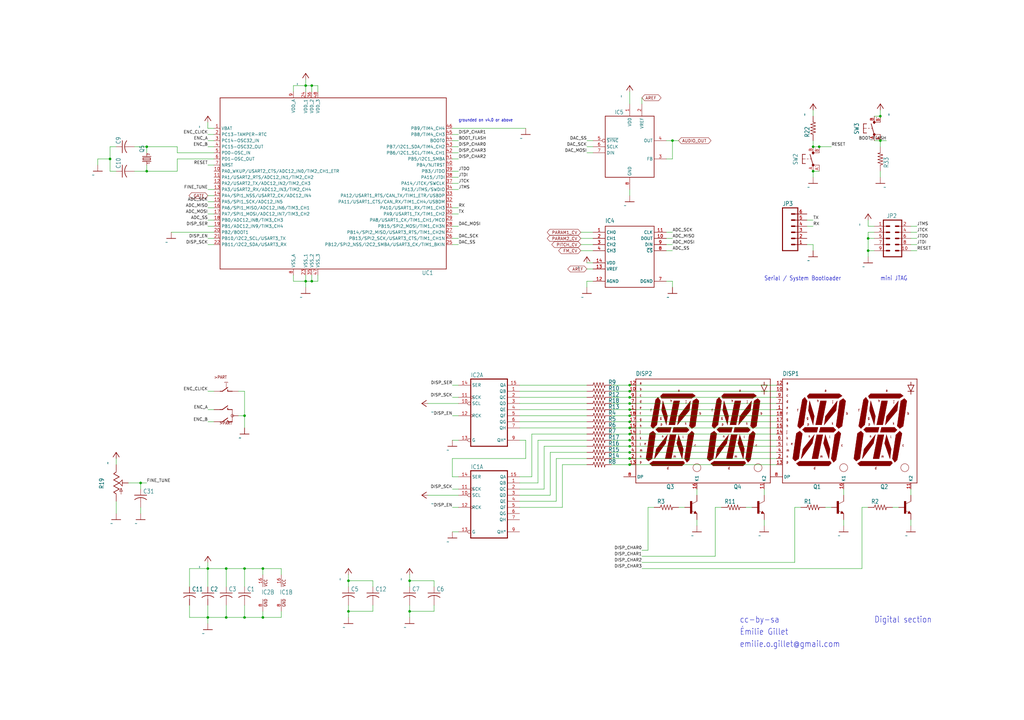
<source format=kicad_sch>
(kicad_sch (version 20211123) (generator eeschema)
  (paper "User" 425.45 299.161)
  (lib_symbols
    (symbol "braids-eagle-import:+3V3" (power)
      (property "Value" "+3V3" (at -2.54 -5.08 90))
      (symbol "+3V3_1_0"
        (pin power_in line (at 0 -2.54 90) (length 2.54) (name "+3V3") (number "1"))
      )
    )
    (symbol "braids-eagle-import:-NPN-SOT23-BEC"
      (property "Reference" "T" (at -10.16 7.62 0))
      (property "Value" "-NPN-SOT23-BEC" (at -10.16 5.08 0))
      (symbol "-NPN-SOT23-BEC_1_0"
        (pin passive line (at -2.54 0 0) (length 2.54) (name "B") (number "B"))
        (pin passive line (at 2.54 5.08 270) (length 2.54) (name "C") (number "C"))
        (pin passive line (at 2.54 -5.08 90) (length 2.54) (name "E") (number "E"))
      )
    )
    (symbol "braids-eagle-import:74595D"
      (property "Reference" "IC" (at -0.635 -0.635 0))
      (symbol "74595D_1_0"
        (pin tri_state line (at 12.7 7.62 180) (length 5.08) (name "QB") (number "1"))
        (pin input inverted (at -12.7 2.54 0) (length 5.08) (name "SCL") (number "10"))
        (pin input clock (at -12.7 5.08 0) (length 5.08) (name "SCK") (number "11"))
        (pin input clock (at -12.7 -2.54 0) (length 5.08) (name "RCK") (number "12"))
        (pin input inverted (at -12.7 -12.7 0) (length 5.08) (name "G") (number "13"))
        (pin input line (at -12.7 10.16 0) (length 5.08) (name "SER") (number "14"))
        (pin tri_state line (at 12.7 10.16 180) (length 5.08) (name "QA") (number "15"))
        (pin tri_state line (at 12.7 5.08 180) (length 5.08) (name "QC") (number "2"))
        (pin tri_state line (at 12.7 2.54 180) (length 5.08) (name "QD") (number "3"))
        (pin tri_state line (at 12.7 0 180) (length 5.08) (name "QE") (number "4"))
        (pin tri_state line (at 12.7 -2.54 180) (length 5.08) (name "QF") (number "5"))
        (pin tri_state line (at 12.7 -5.08 180) (length 5.08) (name "QG") (number "6"))
        (pin tri_state line (at 12.7 -7.62 180) (length 5.08) (name "QH") (number "7"))
        (pin tri_state line (at 12.7 -12.7 180) (length 5.08) (name "QH*") (number "9"))
      )
      (symbol "74595D_2_0"
        (text "GND" (at 1.905 -5.842 900) (effects (font (size 1.27 1.0795)) (justify left bottom)))
        (text "VCC" (at 1.905 2.54 900) (effects (font (size 1.27 1.0795)) (justify left bottom)))
        (pin power_in line (at 0 7.62 270) (length 5.08) (name "VCC") (number "16"))
        (pin power_in line (at 0 -7.62 90) (length 5.08) (name "GND") (number "8"))
      )
    )
    (symbol "braids-eagle-import:C-USC0603"
      (property "Reference" "C" (at 1.016 0.635 0))
      (property "Value" "C-USC0603" (at 1.016 -4.191 0))
      (symbol "C-USC0603_1_0"
        (pin passive line (at 0 2.54 270) (length 2.54) (name "1") (number "1"))
        (pin passive line (at 0 -5.08 90) (length 2.54) (name "2") (number "2"))
      )
    )
    (symbol "braids-eagle-import:CRYSTALHC49UP"
      (property "Reference" "Q" (at 2.54 1.016 0))
      (property "Value" "CRYSTALHC49UP" (at 2.54 -2.54 0))
      (symbol "CRYSTALHC49UP_1_0"
        (text "1" (at -2.159 -1.143 0) (effects (font (size 0.8636 0.734)) (justify left bottom)))
        (text "2" (at 1.524 -1.143 0) (effects (font (size 0.8636 0.734)) (justify left bottom)))
        (pin passive line (at -2.54 0 0) (length 0) (name "1") (number "1"))
        (pin passive line (at 2.54 0 180) (length 0) (name "2") (number "2"))
      )
    )
    (symbol "braids-eagle-import:DAC855X"
      (property "Reference" "IC" (at -2.54 15.24 0))
      (property "Value" "DAC855X" (at -10.16 -15.24 0))
      (symbol "DAC855X_1_0"
        (pin power_in line (at 0 17.78 270) (length 5.08) (name "VDD") (number "1"))
        (pin power_in line (at 5.08 17.78 270) (length 5.08) (name "VREF") (number "2"))
        (pin input line (at 15.24 -5.08 180) (length 5.08) (name "FB") (number "3"))
        (pin output line (at 15.24 2.54 180) (length 5.08) (name "OUT") (number "4"))
        (pin bidirectional inverted (at -15.24 2.54 0) (length 5.08) (name "~{SYNC}") (number "5"))
        (pin bidirectional line (at -15.24 0 0) (length 5.08) (name "SCLK") (number "6"))
        (pin bidirectional line (at -15.24 -2.54 0) (length 5.08) (name "DIN") (number "7"))
        (pin power_in line (at 0 -17.78 90) (length 5.08) (name "GND") (number "8"))
      )
    )
    (symbol "braids-eagle-import:EC12E_SW"
      (symbol "EC12E_SW_1_0"
        (text ">PART" (at -3.81 0 900) (effects (font (size 1.27 1.0795)) (justify left bottom)))
        (pin passive line (at -2.54 7.62 270) (length 2.54) (name "A") (number "A"))
        (pin passive line (at 2.54 7.62 270) (length 2.54) (name "B") (number "B"))
        (pin passive line (at 0 -2.54 90) (length 2.54) (name "C") (number "C"))
      )
      (symbol "EC12E_SW_2_0"
        (text ">PART" (at -5.08 5.08 0) (effects (font (size 1.27 1.0795)) (justify left bottom)))
        (pin passive line (at 5.08 0 180) (length 2.54) (name "1") (number "D"))
        (pin passive line (at -5.08 0 0) (length 2.54) (name "2") (number "E"))
      )
      (symbol "EC12E_SW_3_0"
        (pin passive line (at 0 0 0) (length 0) (name "G") (number "GND1"))
      )
      (symbol "EC12E_SW_4_0"
        (pin passive line (at 0 0 0) (length 0) (name "G") (number "GND2"))
      )
    )
    (symbol "braids-eagle-import:EVQQ2"
      (property "Value" "EVQQ2" (at -3.81 3.175 90))
      (symbol "EVQQ2_1_0"
        (pin passive line (at 0 -5.08 90) (length 2.54) (name "P") (number "A"))
        (pin passive line (at 2.54 -5.08 90) (length 2.54) (name "P1") (number "A'"))
        (pin passive line (at 0 5.08 270) (length 2.54) (name "S") (number "B"))
        (pin passive line (at 2.54 5.08 270) (length 2.54) (name "S1") (number "B'"))
      )
    )
    (symbol "braids-eagle-import:GND" (power)
      (property "Value" "GND" (at -2.54 -2.54 0))
      (symbol "GND_1_0"
        (pin power_in line (at 0 2.54 270) (length 2.54) (name "GND") (number "1"))
      )
    )
    (symbol "braids-eagle-import:KINGBRIGHT-PDC54-11"
      (property "Value" "KINGBRIGHT-PDC54-11" (at 3.81 19.05 0))
      (symbol "KINGBRIGHT-PDC54-11_1_0"
        (text "a" (at -11.176 15.494 0) (effects (font (size 1.016 0.8636)) (justify left bottom)))
        (text "a" (at 4.699 12.446 0) (effects (font (size 1.016 0.8636)) (justify left bottom)))
        (text "a" (at 30.099 12.446 0) (effects (font (size 1.016 0.8636)) (justify left bottom)))
        (text "b" (at -11.176 12.954 0) (effects (font (size 1.016 0.8636)) (justify left bottom)))
        (text "b" (at 13.589 2.921 0) (effects (font (size 1.016 0.8636)) (justify left bottom)))
        (text "b" (at 38.989 2.921 0) (effects (font (size 1.016 0.8636)) (justify left bottom)))
        (text "c" (at -11.176 10.414 0) (effects (font (size 1.016 0.8636)) (justify left bottom)))
        (text "c" (at 11.557 -10.287 0) (effects (font (size 1.016 0.8636)) (justify left bottom)))
        (text "c" (at 36.957 -10.287 0) (effects (font (size 1.016 0.8636)) (justify left bottom)))
        (text "d" (at -11.176 7.874 0) (effects (font (size 1.016 0.8636)) (justify left bottom)))
        (text "d" (at 0.127 -19.812 0) (effects (font (size 1.016 0.8636)) (justify left bottom)))
        (text "d" (at 25.527 -19.812 0) (effects (font (size 1.016 0.8636)) (justify left bottom)))
        (text "e" (at -11.176 5.334 0) (effects (font (size 1.016 0.8636)) (justify left bottom)))
        (text "e" (at -9.271 -9.652 0) (effects (font (size 1.016 0.8636)) (justify left bottom)))
        (text "f" (at -11.176 2.794 0) (effects (font (size 1.016 0.8636)) (justify left bottom)))
        (text "f" (at -6.731 4.191 0) (effects (font (size 1.016 0.8636)) (justify left bottom)))
        (text "f" (at 18.669 4.191 0) (effects (font (size 1.016 0.8636)) (justify left bottom)))
        (text "g" (at -11.176 0.508 0) (effects (font (size 1.016 0.8636)) (justify left bottom)))
        (text "g" (at -2.794 1.016 0) (effects (font (size 1.016 0.8636)) (justify left bottom)))
        (text "g" (at 22.606 1.016 0) (effects (font (size 1.016 0.8636)) (justify left bottom)))
        (text "h" (at -11.176 -2.286 0) (effects (font (size 1.016 0.8636)) (justify left bottom)))
        (text "h" (at 1.524 8.128 0) (effects (font (size 1.016 0.8636)) (justify left bottom)))
        (text "h" (at 26.924 8.128 0) (effects (font (size 1.016 0.8636)) (justify left bottom)))
        (text "j" (at -11.176 -4.826 0) (effects (font (size 1.016 0.8636)) (justify left bottom)))
        (text "j" (at 7.874 7.874 0) (effects (font (size 1.016 0.8636)) (justify left bottom)))
        (text "j" (at 33.274 7.874 0) (effects (font (size 1.016 0.8636)) (justify left bottom)))
        (text "k" (at -11.176 -7.366 0) (effects (font (size 1.016 0.8636)) (justify left bottom)))
        (text "k" (at 7.62 -1.27 0) (effects (font (size 1.016 0.8636)) (justify left bottom)))
        (text "k" (at 33.02 -1.27 0) (effects (font (size 1.016 0.8636)) (justify left bottom)))
        (text "l" (at -11.176 -9.906 0) (effects (font (size 1.016 0.8636)) (justify left bottom)))
        (text "l" (at 6.604 -6.858 0) (effects (font (size 1.016 0.8636)) (justify left bottom)))
        (text "l" (at 32.004 -6.858 0) (effects (font (size 1.016 0.8636)) (justify left bottom)))
        (text "m" (at -11.176 -12.446 0) (effects (font (size 1.016 0.8636)) (justify left bottom)))
        (text "m" (at 2.794 -14.986 0) (effects (font (size 1.016 0.8636)) (justify left bottom)))
        (text "m" (at 28.194 -14.986 0) (effects (font (size 1.016 0.8636)) (justify left bottom)))
        (text "n" (at -11.176 -14.986 0) (effects (font (size 1.016 0.8636)) (justify left bottom)))
        (text "n" (at -2.032 -6.604 0) (effects (font (size 1.016 0.8636)) (justify left bottom)))
        (text "n" (at 23.368 -6.604 0) (effects (font (size 1.016 0.8636)) (justify left bottom)))
        (text "p" (at -11.176 -17.272 0) (effects (font (size 1.016 0.8636)) (justify left bottom)))
        (text "p" (at -2.54 -1.524 0) (effects (font (size 1.016 0.8636)) (justify left bottom)))
        (text "p" (at 22.86 -1.524 0) (effects (font (size 1.016 0.8636)) (justify left bottom)))
        (pin passive line (at -15.24 5.08 0) (length 2.54) (name "E") (number "1"))
        (pin passive line (at -15.24 12.7 0) (length 2.54) (name "B") (number "10"))
        (pin passive line (at 40.64 -27.94 90) (length 2.54) (name "K2") (number "11"))
        (pin passive line (at -15.24 15.24 0) (length 2.54) (name "A") (number "12"))
        (pin passive line (at -15.24 -17.78 0) (length 2.54) (name "P") (number "13"))
        (pin passive line (at -15.24 -5.08 0) (length 2.54) (name "J") (number "14"))
        (pin passive line (at -15.24 -2.54 0) (length 2.54) (name "H") (number "15"))
        (pin passive line (at 12.7 -27.94 90) (length 2.54) (name "K1") (number "16"))
        (pin passive line (at -15.24 0 0) (length 2.54) (name "G") (number "17"))
        (pin passive line (at -15.24 2.54 0) (length 2.54) (name "F") (number "18"))
        (pin passive line (at -15.24 -15.24 0) (length 2.54) (name "N") (number "2"))
        (pin passive line (at -15.24 -12.7 0) (length 2.54) (name "M") (number "4"))
        (pin passive line (at -15.24 -10.16 0) (length 2.54) (name "L") (number "5"))
        (pin passive line (at -15.24 -7.62 0) (length 2.54) (name "K") (number "6"))
        (pin passive line (at -15.24 7.62 0) (length 2.54) (name "D") (number "7"))
        (pin passive line (at -17.78 -22.86 0) (length 5.08) (name "DP") (number "8"))
        (pin passive line (at -15.24 10.16 0) (length 2.54) (name "C") (number "9"))
      )
    )
    (symbol "braids-eagle-import:M05X2MINIJTAG"
      (property "Reference" "JP" (at -2.54 8.382 0))
      (property "Value" "M05X2MINIJTAG" (at -2.54 -10.16 0))
      (symbol "M05X2MINIJTAG_1_0"
        (pin passive line (at -7.62 5.08 0) (length 5.08) (name "1") (number "1"))
        (pin passive line (at 7.62 -5.08 180) (length 5.08) (name "10") (number "10"))
        (pin passive line (at 7.62 5.08 180) (length 5.08) (name "2") (number "2"))
        (pin passive line (at -7.62 2.54 0) (length 5.08) (name "3") (number "3"))
        (pin passive line (at 7.62 2.54 180) (length 5.08) (name "4") (number "4"))
        (pin passive line (at -7.62 0 0) (length 5.08) (name "5") (number "5"))
        (pin passive line (at 7.62 0 180) (length 5.08) (name "6") (number "6"))
        (pin passive line (at -7.62 -2.54 0) (length 5.08) (name "7") (number "7"))
        (pin passive line (at 7.62 -2.54 180) (length 5.08) (name "8") (number "8"))
        (pin passive line (at -7.62 -5.08 0) (length 5.08) (name "9") (number "9"))
      )
    )
    (symbol "braids-eagle-import:M06SIP"
      (property "Reference" "JP" (at -5.08 10.922 0))
      (property "Value" "M06SIP" (at -5.08 -10.16 0))
      (symbol "M06SIP_1_0"
        (pin passive line (at 5.08 -5.08 180) (length 5.08) (name "1") (number "1"))
        (pin passive line (at 5.08 -2.54 180) (length 5.08) (name "2") (number "2"))
        (pin passive line (at 5.08 0 180) (length 5.08) (name "3") (number "3"))
        (pin passive line (at 5.08 2.54 180) (length 5.08) (name "4") (number "4"))
        (pin passive line (at 5.08 5.08 180) (length 5.08) (name "5") (number "5"))
        (pin passive line (at 5.08 7.62 180) (length 5.08) (name "6") (number "6"))
      )
    )
    (symbol "braids-eagle-import:MCP3302"
      (property "Value" "MCP3302" (at 10.16 -13.97 0))
      (symbol "MCP3302_1_0"
        (pin bidirectional line (at -15.24 10.16 0) (length 5.08) (name "CH0") (number "1"))
        (pin bidirectional line (at 15.24 7.62 180) (length 5.08) (name "DOUT") (number "10"))
        (pin bidirectional line (at 15.24 10.16 180) (length 5.08) (name "CLK") (number "11"))
        (pin bidirectional line (at -15.24 -10.16 0) (length 5.08) (name "AGND") (number "12"))
        (pin bidirectional line (at -15.24 -5.08 0) (length 5.08) (name "VREF") (number "13"))
        (pin bidirectional line (at -15.24 -2.54 0) (length 5.08) (name "VDD") (number "14"))
        (pin bidirectional line (at -15.24 7.62 0) (length 5.08) (name "CH1") (number "2"))
        (pin bidirectional line (at -15.24 5.08 0) (length 5.08) (name "CH2") (number "3"))
        (pin bidirectional line (at -15.24 2.54 0) (length 5.08) (name "CH3") (number "4"))
        (pin bidirectional line (at 15.24 -10.16 180) (length 5.08) (name "DGND") (number "7"))
        (pin bidirectional line (at 15.24 2.54 180) (length 5.08) (name "~{CS}") (number "8"))
        (pin bidirectional line (at 15.24 5.08 180) (length 5.08) (name "DIN") (number "9"))
      )
    )
    (symbol "braids-eagle-import:POT_USVERTICAL_PS"
      (property "Reference" "R" (at -5.08 -2.54 90))
      (property "Value" "POT_USVERTICAL_PS" (at -2.54 -2.54 90))
      (symbol "POT_USVERTICAL_PS_1_0"
        (pin passive line (at 0 7.62 270) (length 2.54) (name "E") (number "P$1"))
        (pin passive line (at 5.08 0 180) (length 2.54) (name "S") (number "P$2"))
        (pin passive line (at 0 -7.62 90) (length 2.54) (name "A") (number "P$3"))
      )
    )
    (symbol "braids-eagle-import:R-US_R0603"
      (property "Reference" "R" (at -3.81 1.4986 0))
      (property "Value" "R-US_R0603" (at -3.81 -3.302 0))
      (symbol "R-US_R0603_1_0"
        (pin passive line (at -5.08 0 0) (length 2.54) (name "1") (number "1"))
        (pin passive line (at 5.08 0 180) (length 2.54) (name "2") (number "2"))
      )
    )
    (symbol "braids-eagle-import:STM32F103CB"
      (property "Value" "STM32F103CB" (at 45.72 38.1 0))
      (symbol "STM32F103CB_1_0"
        (pin power_in line (at -48.26 22.86 0) (length 2.54) (name "VBAT") (number "1"))
        (pin bidirectional line (at -48.26 5.08 0) (length 2.54) (name "PA0_WKUP/USART2_CTS/ADC12_IN0/TIM2_CH1_ETR") (number "10"))
        (pin bidirectional line (at -48.26 2.54 0) (length 2.54) (name "PA1/USART2_RTS/ADC12_IN1/TIM2_CH2") (number "11"))
        (pin bidirectional line (at -48.26 0 0) (length 2.54) (name "PA2/USART2_TX/ADC12_IN2/TIM2_CH3") (number "12"))
        (pin bidirectional line (at -48.26 -2.54 0) (length 2.54) (name "PA3/USART2_RX/ADC12_IN3/TIM2_CH4") (number "13"))
        (pin bidirectional line (at -48.26 -5.08 0) (length 2.54) (name "PA4/SPI1_NSS/USART2_CK/ADC12_IN4") (number "14"))
        (pin bidirectional line (at -48.26 -7.62 0) (length 2.54) (name "PA5/SPI1_SCK/ADC12_IN5") (number "15"))
        (pin bidirectional line (at -48.26 -10.16 0) (length 2.54) (name "PA6/SPI1_MISO/ADC12_IN6/TIM3_CH1") (number "16"))
        (pin bidirectional line (at -48.26 -12.7 0) (length 2.54) (name "PA7/SPI1_MOSI/ADC12_IN7/TIM3_CH2") (number "17"))
        (pin bidirectional line (at -48.26 -15.24 0) (length 2.54) (name "PB0/ADC12_IN8/TIM3_CH3") (number "18"))
        (pin bidirectional line (at -48.26 -17.78 0) (length 2.54) (name "PB1/ADC12_IN9/TIM3_CH4") (number "19"))
        (pin input line (at -48.26 20.32 0) (length 2.54) (name "PC13-TAMPER-RTC") (number "2"))
        (pin bidirectional line (at -48.26 -20.32 0) (length 2.54) (name "PB2/BOOT1") (number "20"))
        (pin input line (at -48.26 -22.86 0) (length 2.54) (name "PB10/I2C2_SCL/USART3_TX") (number "21"))
        (pin input line (at -48.26 -25.4 0) (length 2.54) (name "PB11/I2C2_SDA/USART3_RX") (number "22"))
        (pin power_in line (at -10.16 -38.1 90) (length 2.54) (name "VSS_1") (number "23"))
        (pin power_in line (at -10.16 38.1 270) (length 2.54) (name "VDD_1") (number "24"))
        (pin input line (at 50.8 -25.4 180) (length 2.54) (name "PB12/SPI2_NSS/I2C2_SMBA/USART3_CK/TIM1_BKIN") (number "25"))
        (pin input line (at 50.8 -22.86 180) (length 2.54) (name "PB13/SPI2_SCK/USART3_CTS/TIM1_CH1N") (number "26"))
        (pin input line (at 50.8 -20.32 180) (length 2.54) (name "PB14/SPI2_MISO/USART3_RTS/TIM1_CH2N") (number "27"))
        (pin input line (at 50.8 -17.78 180) (length 2.54) (name "PB15/SPI2_MOSI/TIM1_CH3N") (number "28"))
        (pin bidirectional line (at 50.8 -15.24 180) (length 2.54) (name "PA8/USART1_CK/TIM1_CH1/MCO") (number "29"))
        (pin input line (at -48.26 17.78 0) (length 2.54) (name "PC14-OSC32_IN") (number "3"))
        (pin input line (at 50.8 -12.7 180) (length 2.54) (name "PA9/USART1_TX/TIM1_CH2") (number "30"))
        (pin bidirectional line (at 50.8 -10.16 180) (length 2.54) (name "PA10/USART1_RX/TIM1_CH3") (number "31"))
        (pin bidirectional line (at 50.8 -7.62 180) (length 2.54) (name "PA11/USART1_CTS/CAN_RX/TIM1_CH4/USBDM") (number "32"))
        (pin bidirectional line (at 50.8 -5.08 180) (length 2.54) (name "PA12/USART1_RTS/CAN_TX/TIM1_ETR/USBDP") (number "33"))
        (pin bidirectional line (at 50.8 -2.54 180) (length 2.54) (name "PA13/JTMS/SWDIO") (number "34"))
        (pin power_in line (at -7.62 -38.1 90) (length 2.54) (name "VSS_2") (number "35"))
        (pin power_in line (at -7.62 38.1 270) (length 2.54) (name "VDD_2") (number "36"))
        (pin bidirectional line (at 50.8 0 180) (length 2.54) (name "PA14/JTCK/SWCLK") (number "37"))
        (pin bidirectional line (at 50.8 2.54 180) (length 2.54) (name "PA15/JTDI") (number "38"))
        (pin bidirectional line (at 50.8 5.08 180) (length 2.54) (name "PB3/JTDO") (number "39"))
        (pin input line (at -48.26 15.24 0) (length 2.54) (name "PC15-OSC32_OUT") (number "4"))
        (pin bidirectional line (at 50.8 7.62 180) (length 2.54) (name "PB4/NJTRST") (number "40"))
        (pin input line (at 50.8 10.16 180) (length 2.54) (name "PB5/I2C1_SMBA") (number "41"))
        (pin input line (at 50.8 12.7 180) (length 2.54) (name "PB6/I2C1_SCL/TIM4_CH1") (number "42"))
        (pin bidirectional line (at 50.8 15.24 180) (length 2.54) (name "PB7/I2C1_SDA/TIM4_CH2") (number "43"))
        (pin input line (at 50.8 17.78 180) (length 2.54) (name "BOOT0") (number "44"))
        (pin bidirectional line (at 50.8 20.32 180) (length 2.54) (name "PB8/TIM4_CH3") (number "45"))
        (pin input line (at 50.8 22.86 180) (length 2.54) (name "PB9/TIM4_CH4") (number "46"))
        (pin power_in line (at -5.08 -38.1 90) (length 2.54) (name "VSS_3") (number "47"))
        (pin power_in line (at -5.08 38.1 270) (length 2.54) (name "VDD_3") (number "48"))
        (pin input line (at -48.26 12.7 0) (length 2.54) (name "PD0-OSC_IN") (number "5"))
        (pin input line (at -48.26 10.16 0) (length 2.54) (name "PD1-OSC_OUT") (number "6"))
        (pin input line (at -48.26 7.62 0) (length 2.54) (name "NRST") (number "7"))
        (pin power_in line (at -15.24 -38.1 90) (length 2.54) (name "VSS_A") (number "8"))
        (pin power_in line (at -15.24 38.1 270) (length 2.54) (name "VDD_A") (number "9"))
      )
    )
  )
  (junction (at 360.68 99.06))
  (junction (at 261.62 180.34))
  (junction (at 144.78 241.3))
  (junction (at 109.22 236.22))
  (junction (at 261.62 182.88))
  (junction (at 170.18 241.3))
  (junction (at 279.4 58.42))
  (junction (at 261.62 167.64))
  (junction (at 261.62 190.5))
  (junction (at 86.36 236.22))
  (junction (at 261.62 170.18))
  (junction (at 129.54 116.84))
  (junction (at 337.82 60.96))
  (junction (at 261.62 177.8))
  (junction (at 170.18 254))
  (junction (at 261.62 172.72))
  (junction (at 101.6 236.22))
  (junction (at 86.36 256.54))
  (junction (at 261.62 185.42))
  (junction (at 261.62 193.04))
  (junction (at 45.72 66.04))
  (junction (at 93.98 256.54))
  (junction (at 144.78 254))
  (junction (at 337.82 71.12))
  (junction (at 129.54 35.56))
  (junction (at 261.62 160.02))
  (junction (at 261.62 187.96))
  (junction (at 101.6 172.72))
  (junction (at 360.68 104.14))
  (junction (at 127 116.84))
  (junction (at 261.62 175.26))
  (junction (at 101.6 256.54))
  (junction (at 109.22 256.54))
  (junction (at 60.96 71.12))
  (junction (at 127 35.56))
  (junction (at 365.76 48.26))
  (junction (at 340.36 60.96))
  (junction (at 58.42 200.66))
  (junction (at 93.98 236.22))
  (junction (at 261.62 162.56))
  (junction (at 261.62 165.1))
  (junction (at 365.76 58.42))
  (junction (at 60.96 60.96))
  (wire (pts (xy 55.88 71.12) (xy 60.96 71.12)))
  (wire (pts (xy 187.96 93.98) (xy 190.5 93.98)))
  (wire (pts (xy 99.06 172.72) (xy 101.6 172.72)))
  (wire (pts (xy 121.92 35.56) (xy 127 35.56)))
  (wire (pts (xy 360.68 93.98) (xy 360.68 91.44)))
  (wire (pts (xy 180.34 254) (xy 180.34 251.46)))
  (wire (pts (xy 132.08 114.3) (xy 132.08 116.84)))
  (wire (pts (xy 266.7 43.18) (xy 266.7 40.64)))
  (wire (pts (xy 187.96 73.66) (xy 190.5 73.66)))
  (wire (pts (xy 363.22 96.52) (xy 360.68 96.52)))
  (wire (pts (xy 261.62 43.18) (xy 261.62 38.1)))
  (wire (pts (xy 48.26 60.96) (xy 45.72 60.96)))
  (wire (pts (xy 109.22 256.54) (xy 109.22 254)))
  (wire (pts (xy 254 170.18) (xy 261.62 170.18)))
  (wire (pts (xy 322.58 175.26) (xy 261.62 175.26)))
  (wire (pts (xy 276.86 101.6) (xy 279.4 101.6)))
  (wire (pts (xy 129.54 35.56) (xy 132.08 35.56)))
  (wire (pts (xy 330.2 233.68) (xy 330.2 210.82)))
  (wire (pts (xy 246.38 109.22) (xy 243.84 109.22)))
  (wire (pts (xy 254 193.04) (xy 261.62 193.04)))
  (wire (pts (xy 279.4 116.84) (xy 279.4 119.38)))
  (wire (pts (xy 127 116.84) (xy 129.54 116.84)))
  (wire (pts (xy 218.44 190.5) (xy 218.44 182.88)))
  (wire (pts (xy 187.96 190.5) (xy 218.44 190.5)))
  (wire (pts (xy 48.26 193.04) (xy 48.26 190.5)))
  (wire (pts (xy 317.5 218.44) (xy 317.5 215.9)))
  (wire (pts (xy 187.96 53.34) (xy 218.44 53.34)))
  (wire (pts (xy 190.5 182.88) (xy 187.96 182.88)))
  (wire (pts (xy 350.52 218.44) (xy 350.52 215.9)))
  (wire (pts (xy 154.94 254) (xy 154.94 251.46)))
  (wire (pts (xy 88.9 88.9) (xy 86.36 88.9)))
  (wire (pts (xy 370.84 210.82) (xy 373.38 210.82)))
  (wire (pts (xy 340.36 60.96) (xy 345.44 60.96)))
  (wire (pts (xy 254 185.42) (xy 261.62 185.42)))
  (wire (pts (xy 365.76 58.42) (xy 368.3 58.42)))
  (wire (pts (xy 335.28 93.98) (xy 337.82 93.98)))
  (wire (pts (xy 109.22 256.54) (xy 116.84 256.54)))
  (wire (pts (xy 309.88 210.82) (xy 312.42 210.82)))
  (wire (pts (xy 55.88 60.96) (xy 60.96 60.96)))
  (wire (pts (xy 127 38.1) (xy 127 35.56)))
  (wire (pts (xy 363.22 99.06) (xy 360.68 99.06)))
  (wire (pts (xy 322.58 180.34) (xy 261.62 180.34)))
  (wire (pts (xy 58.42 210.82) (xy 58.42 213.36)))
  (wire (pts (xy 88.9 99.06) (xy 86.36 99.06)))
  (wire (pts (xy 220.98 180.34) (xy 243.84 180.34)))
  (wire (pts (xy 261.62 78.74) (xy 261.62 81.28)))
  (wire (pts (xy 78.74 256.54) (xy 86.36 256.54)))
  (wire (pts (xy 48.26 208.28) (xy 48.26 213.36)))
  (wire (pts (xy 378.46 99.06) (xy 381 99.06)))
  (wire (pts (xy 289.56 205.74) (xy 289.56 203.2)))
  (wire (pts (xy 276.86 104.14) (xy 279.4 104.14)))
  (wire (pts (xy 231.14 208.28) (xy 231.14 190.5)))
  (wire (pts (xy 88.9 58.42) (xy 86.36 58.42)))
  (wire (pts (xy 281.94 210.82) (xy 284.48 210.82)))
  (wire (pts (xy 170.18 254) (xy 170.18 256.54)))
  (wire (pts (xy 127 116.84) (xy 127 119.38)))
  (wire (pts (xy 378.46 101.6) (xy 381 101.6)))
  (wire (pts (xy 88.9 170.18) (xy 86.36 170.18)))
  (wire (pts (xy 93.98 236.22) (xy 101.6 236.22)))
  (wire (pts (xy 154.94 241.3) (xy 154.94 243.84)))
  (wire (pts (xy 215.9 203.2) (xy 226.06 203.2)))
  (wire (pts (xy 187.96 88.9) (xy 190.5 88.9)))
  (wire (pts (xy 88.9 83.82) (xy 86.36 83.82)))
  (wire (pts (xy 127 114.3) (xy 127 116.84)))
  (wire (pts (xy 86.36 256.54) (xy 86.36 259.08)))
  (wire (pts (xy 233.68 210.82) (xy 233.68 193.04)))
  (wire (pts (xy 350.52 205.74) (xy 350.52 203.2)))
  (wire (pts (xy 378.46 218.44) (xy 378.46 215.9)))
  (wire (pts (xy 276.86 96.52) (xy 279.4 96.52)))
  (wire (pts (xy 215.9 177.8) (xy 243.84 177.8)))
  (wire (pts (xy 337.82 45.72) (xy 337.82 48.26)))
  (wire (pts (xy 88.9 81.28) (xy 86.36 81.28)))
  (wire (pts (xy 335.28 101.6) (xy 337.82 101.6)))
  (wire (pts (xy 358.14 210.82) (xy 360.68 210.82)))
  (wire (pts (xy 88.9 55.88) (xy 86.36 55.88)))
  (wire (pts (xy 254 187.96) (xy 261.62 187.96)))
  (wire (pts (xy 116.84 256.54) (xy 116.84 254)))
  (wire (pts (xy 187.96 210.82) (xy 190.5 210.82)))
  (wire (pts (xy 88.9 53.34) (xy 86.36 53.34)))
  (wire (pts (xy 93.98 236.22) (xy 93.98 243.84)))
  (wire (pts (xy 73.66 71.12) (xy 73.66 66.04)))
  (wire (pts (xy 121.92 116.84) (xy 127 116.84)))
  (wire (pts (xy 363.22 48.26) (xy 365.76 48.26)))
  (wire (pts (xy 254 190.5) (xy 261.62 190.5)))
  (wire (pts (xy 322.58 185.42) (xy 261.62 185.42)))
  (wire (pts (xy 223.52 200.66) (xy 223.52 182.88)))
  (wire (pts (xy 78.74 251.46) (xy 78.74 256.54)))
  (wire (pts (xy 187.96 58.42) (xy 190.5 58.42)))
  (wire (pts (xy 378.46 93.98) (xy 381 93.98)))
  (wire (pts (xy 215.9 175.26) (xy 243.84 175.26)))
  (wire (pts (xy 269.24 210.82) (xy 271.78 210.82)))
  (wire (pts (xy 45.72 60.96) (xy 45.72 66.04)))
  (wire (pts (xy 60.96 71.12) (xy 60.96 68.58)))
  (wire (pts (xy 215.9 167.64) (xy 243.84 167.64)))
  (wire (pts (xy 261.62 177.8) (xy 322.58 177.8)))
  (wire (pts (xy 187.96 78.74) (xy 190.5 78.74)))
  (wire (pts (xy 187.96 66.04) (xy 190.5 66.04)))
  (wire (pts (xy 170.18 243.84) (xy 170.18 241.3)))
  (wire (pts (xy 187.96 160.02) (xy 190.5 160.02)))
  (wire (pts (xy 45.72 71.12) (xy 48.26 71.12)))
  (wire (pts (xy 45.72 66.04) (xy 40.64 66.04)))
  (wire (pts (xy 180.34 241.3) (xy 180.34 243.84)))
  (wire (pts (xy 261.62 190.5) (xy 322.58 190.5)))
  (wire (pts (xy 261.62 172.72) (xy 322.58 172.72)))
  (wire (pts (xy 378.46 205.74) (xy 378.46 203.2)))
  (wire (pts (xy 223.52 182.88) (xy 243.84 182.88)))
  (wire (pts (xy 73.66 63.5) (xy 73.66 60.96)))
  (wire (pts (xy 187.96 101.6) (xy 190.5 101.6)))
  (wire (pts (xy 144.78 238.76) (xy 144.78 241.3)))
  (wire (pts (xy 254 165.1) (xy 261.62 165.1)))
  (wire (pts (xy 88.9 93.98) (xy 86.36 93.98)))
  (wire (pts (xy 53.34 200.66) (xy 58.42 200.66)))
  (wire (pts (xy 228.6 187.96) (xy 243.84 187.96)))
  (wire (pts (xy 170.18 241.3) (xy 170.18 238.76)))
  (wire (pts (xy 187.96 71.12) (xy 190.5 71.12)))
  (wire (pts (xy 73.66 66.04) (xy 88.9 66.04)))
  (wire (pts (xy 360.68 99.06) (xy 360.68 104.14)))
  (wire (pts (xy 254 167.64) (xy 261.62 167.64)))
  (wire (pts (xy 215.9 198.12) (xy 220.98 198.12)))
  (wire (pts (xy 215.9 160.02) (xy 243.84 160.02)))
  (wire (pts (xy 365.76 45.72) (xy 365.76 48.26)))
  (wire (pts (xy 337.82 71.12) (xy 337.82 73.66)))
  (wire (pts (xy 276.86 66.04) (xy 279.4 66.04)))
  (wire (pts (xy 246.38 58.42) (xy 243.84 58.42)))
  (wire (pts (xy 317.5 205.74) (xy 317.5 203.2)))
  (wire (pts (xy 254 172.72) (xy 261.62 172.72)))
  (wire (pts (xy 254 180.34) (xy 261.62 180.34)))
  (wire (pts (xy 88.9 63.5) (xy 73.66 63.5)))
  (wire (pts (xy 322.58 187.96) (xy 261.62 187.96)))
  (wire (pts (xy 246.38 60.96) (xy 243.84 60.96)))
  (wire (pts (xy 144.78 241.3) (xy 154.94 241.3)))
  (wire (pts (xy 78.74 243.84) (xy 78.74 236.22)))
  (wire (pts (xy 266.7 228.6) (xy 269.24 228.6)))
  (wire (pts (xy 190.5 167.64) (xy 177.8 167.64)))
  (wire (pts (xy 322.58 160.02) (xy 261.62 160.02)))
  (wire (pts (xy 187.96 55.88) (xy 190.5 55.88)))
  (wire (pts (xy 86.36 236.22) (xy 93.98 236.22)))
  (wire (pts (xy 215.9 172.72) (xy 243.84 172.72)))
  (wire (pts (xy 144.78 251.46) (xy 144.78 254)))
  (wire (pts (xy 228.6 205.74) (xy 228.6 187.96)))
  (wire (pts (xy 337.82 58.42) (xy 337.82 60.96)))
  (wire (pts (xy 297.18 210.82) (xy 299.72 210.82)))
  (wire (pts (xy 88.9 96.52) (xy 71.12 96.52)))
  (wire (pts (xy 254 162.56) (xy 261.62 162.56)))
  (wire (pts (xy 289.56 218.44) (xy 289.56 215.9)))
  (wire (pts (xy 279.4 58.42) (xy 276.86 58.42)))
  (wire (pts (xy 215.9 162.56) (xy 243.84 162.56)))
  (wire (pts (xy 254 160.02) (xy 261.62 160.02)))
  (wire (pts (xy 215.9 200.66) (xy 223.52 200.66)))
  (wire (pts (xy 246.38 99.06) (xy 241.3 99.06)))
  (wire (pts (xy 45.72 66.04) (xy 45.72 71.12)))
  (wire (pts (xy 215.9 170.18) (xy 243.84 170.18)))
  (wire (pts (xy 218.44 182.88) (xy 215.9 182.88)))
  (wire (pts (xy 246.38 104.14) (xy 241.3 104.14)))
  (wire (pts (xy 243.84 116.84) (xy 243.84 119.38)))
  (wire (pts (xy 246.38 116.84) (xy 243.84 116.84)))
  (wire (pts (xy 101.6 243.84) (xy 101.6 236.22)))
  (wire (pts (xy 93.98 256.54) (xy 93.98 251.46)))
  (wire (pts (xy 86.36 236.22) (xy 86.36 233.68)))
  (wire (pts (xy 246.38 101.6) (xy 241.3 101.6)))
  (wire (pts (xy 170.18 241.3) (xy 180.34 241.3)))
  (wire (pts (xy 40.64 66.04) (xy 40.64 68.58)))
  (wire (pts (xy 266.7 231.14) (xy 297.18 231.14)))
  (wire (pts (xy 101.6 251.46) (xy 101.6 256.54)))
  (wire (pts (xy 187.96 63.5) (xy 190.5 63.5)))
  (wire (pts (xy 190.5 205.74) (xy 177.8 205.74)))
  (wire (pts (xy 215.9 205.74) (xy 228.6 205.74)))
  (wire (pts (xy 88.9 86.36) (xy 86.36 86.36)))
  (wire (pts (xy 254 175.26) (xy 261.62 175.26)))
  (wire (pts (xy 363.22 93.98) (xy 360.68 93.98)))
  (wire (pts (xy 243.84 63.5) (xy 246.38 63.5)))
  (wire (pts (xy 129.54 116.84) (xy 132.08 116.84)))
  (wire (pts (xy 93.98 256.54) (xy 101.6 256.54)))
  (wire (pts (xy 88.9 91.44) (xy 86.36 91.44)))
  (wire (pts (xy 297.18 231.14) (xy 297.18 210.82)))
  (wire (pts (xy 233.68 193.04) (xy 243.84 193.04)))
  (wire (pts (xy 254 177.8) (xy 261.62 177.8)))
  (wire (pts (xy 88.9 68.58) (xy 86.36 68.58)))
  (wire (pts (xy 261.62 167.64) (xy 322.58 167.64)))
  (wire (pts (xy 226.06 203.2) (xy 226.06 185.42)))
  (wire (pts (xy 226.06 185.42) (xy 243.84 185.42)))
  (wire (pts (xy 337.82 71.12) (xy 340.36 71.12)))
  (wire (pts (xy 58.42 203.2) (xy 58.42 200.66)))
  (wire (pts (xy 363.22 58.42) (xy 365.76 58.42)))
  (wire (pts (xy 363.22 104.14) (xy 360.68 104.14)))
  (wire (pts (xy 132.08 35.56) (xy 132.08 38.1)))
  (wire (pts (xy 360.68 104.14) (xy 360.68 106.68)))
  (wire (pts (xy 86.36 256.54) (xy 93.98 256.54)))
  (wire (pts (xy 78.74 236.22) (xy 86.36 236.22)))
  (wire (pts (xy 129.54 38.1) (xy 129.54 35.56)))
  (wire (pts (xy 187.96 198.12) (xy 187.96 190.5)))
  (wire (pts (xy 60.96 71.12) (xy 73.66 71.12)))
  (wire (pts (xy 127 35.56) (xy 129.54 35.56)))
  (wire (pts (xy 190.5 99.06) (xy 187.96 99.06)))
  (wire (pts (xy 129.54 114.3) (xy 129.54 116.84)))
  (wire (pts (xy 86.36 251.46) (xy 86.36 256.54)))
  (wire (pts (xy 279.4 66.04) (xy 279.4 58.42)))
  (wire (pts (xy 337.82 101.6) (xy 337.82 104.14)))
  (wire (pts (xy 261.62 162.56) (xy 322.58 162.56)))
  (wire (pts (xy 342.9 210.82) (xy 345.44 210.82)))
  (wire (pts (xy 58.42 200.66) (xy 60.96 200.66)))
  (wire (pts (xy 101.6 162.56) (xy 101.6 172.72)))
  (wire (pts (xy 86.36 243.84) (xy 86.36 236.22)))
  (wire (pts (xy 170.18 251.46) (xy 170.18 254)))
  (wire (pts (xy 322.58 170.18) (xy 261.62 170.18)))
  (wire (pts (xy 170.18 254) (xy 180.34 254)))
  (wire (pts (xy 88.9 101.6) (xy 86.36 101.6)))
  (wire (pts (xy 266.7 233.68) (xy 330.2 233.68)))
  (wire (pts (xy 215.9 210.82) (xy 233.68 210.82)))
  (wire (pts (xy 144.78 241.3) (xy 144.78 243.84)))
  (wire (pts (xy 246.38 96.52) (xy 241.3 96.52)))
  (wire (pts (xy 187.96 76.2) (xy 190.5 76.2)))
  (wire (pts (xy 190.5 220.98) (xy 187.96 220.98)))
  (wire (pts (xy 220.98 198.12) (xy 220.98 180.34)))
  (wire (pts (xy 187.96 203.2) (xy 190.5 203.2)))
  (wire (pts (xy 88.9 60.96) (xy 86.36 60.96)))
  (wire (pts (xy 187.96 172.72) (xy 190.5 172.72)))
  (wire (pts (xy 101.6 256.54) (xy 109.22 256.54)))
  (wire (pts (xy 121.92 114.3) (xy 121.92 116.84)))
  (wire (pts (xy 121.92 38.1) (xy 121.92 35.56)))
  (wire (pts (xy 276.86 116.84) (xy 279.4 116.84)))
  (wire (pts (xy 144.78 254) (xy 154.94 254)))
  (wire (pts (xy 116.84 236.22) (xy 116.84 238.76)))
  (wire (pts (xy 88.9 78.74) (xy 86.36 78.74)))
  (wire (pts (xy 269.24 228.6) (xy 269.24 210.82)))
  (wire (pts (xy 322.58 193.04) (xy 261.62 193.04)))
  (wire (pts (xy 337.82 60.96) (xy 340.36 60.96)))
  (wire (pts (xy 254 182.88) (xy 261.62 182.88)))
  (wire (pts (xy 215.9 165.1) (xy 243.84 165.1)))
  (wire (pts (xy 231.14 190.5) (xy 243.84 190.5)))
  (wire (pts (xy 322.58 165.1) (xy 261.62 165.1)))
  (wire (pts (xy 215.9 208.28) (xy 231.14 208.28)))
  (wire (pts (xy 101.6 172.72) (xy 101.6 177.8)))
  (wire (pts (xy 101.6 236.22) (xy 109.22 236.22)))
  (wire (pts (xy 330.2 210.82) (xy 332.74 210.82)))
  (wire (pts (xy 116.84 236.22) (xy 109.22 236.22)))
  (wire (pts (xy 378.46 104.14) (xy 381 104.14)))
  (wire (pts (xy 127 33.02) (xy 127 35.56)))
  (wire (pts (xy 60.96 60.96) (xy 60.96 63.5)))
  (wire (pts (xy 266.7 236.22) (xy 358.14 236.22)))
  (wire (pts (xy 88.9 162.56) (xy 86.36 162.56)))
  (wire (pts (xy 276.86 99.06) (xy 279.4 99.06)))
  (wire (pts (xy 365.76 71.12) (xy 365.76 73.66)))
  (wire (pts (xy 187.96 86.36) (xy 190.5 86.36)))
  (wire (pts (xy 279.4 58.42) (xy 281.94 58.42)))
  (wire (pts (xy 246.38 111.76) (xy 243.84 111.76)))
  (wire (pts (xy 360.68 96.52) (xy 360.68 99.06)))
  (wire (pts (xy 261.62 182.88) (xy 322.58 182.88)))
  (wire (pts (xy 86.36 53.34) (xy 86.36 50.8)))
  (wire (pts (xy 187.96 165.1) (xy 190.5 165.1)))
  (wire (pts (xy 144.78 254) (xy 144.78 256.54)))
  (wire (pts (xy 358.14 236.22) (xy 358.14 210.82)))
  (wire (pts (xy 99.06 162.56) (xy 101.6 162.56)))
  (wire (pts (xy 378.46 96.52) (xy 381 96.52)))
  (wire (pts (xy 73.66 60.96) (xy 60.96 60.96)))
  (wire (pts (xy 335.28 91.44) (xy 337.82 91.44)))
  (wire (pts (xy 190.5 198.12) (xy 187.96 198.12)))
  (wire (pts (xy 365.76 60.96) (xy 365.76 58.42)))
  (wire (pts (xy 88.9 175.26) (xy 86.36 175.26)))
  (wire (pts (xy 109.22 236.22) (xy 109.22 238.76)))
  (wire (pts (xy 187.96 60.96) (xy 190.5 60.96)))
  (text "Digital section" (at 363.22 259.08 180) (effects (font (size 2.54 2.159)) (justify left bottom)))
  (text "Émilie Gillet" (at 307.34 264.16 180) (effects (font (size 2.54 2.159)) (justify left bottom)))
  (text "emilie.o.gillet@gmail.com" (at 307.34 269.24 180) (effects (font (size 2.54 2.159)) (justify left bottom)))
  (text "mini JTAG" (at 365.76 116.84 180) (effects (font (size 1.778 1.5113)) (justify left bottom)))
  (text "Serial / System Bootloader" (at 317.5 116.84 180) (effects (font (size 1.778 1.5113)) (justify left bottom)))
  (text "grounded on v4.0 or above" (at 190.5 50.8 180) (effects (font (size 1.27 1.0795)) (justify left bottom)))
  (text "cc-by-sa" (at 307.34 259.08 180) (effects (font (size 2.54 2.159)) (justify left bottom)))
  (label "ADC_MOSI" (at 86.36 88.9 180) (effects (font (size 1.2446 1.2446))))
  (label "DISP_SCK" (at 187.96 165.1 180) (effects (font (size 1.2446 1.2446))))
  (label "JTDI" (at 190.5 73.66 0) (effects (font (size 1.2446 1.2446))))
  (label "ADC_SCK" (at 86.36 83.82 180) (effects (font (size 1.2446 1.2446))))
  (label "DISP_CHAR3" (at 266.7 236.22 180) (effects (font (size 1.2446 1.2446))))
  (label "ENC_B" (at 86.36 175.26 180) (effects (font (size 1.2446 1.2446))))
  (label "ADC_SCK" (at 279.4 96.52 0) (effects (font (size 1.2446 1.2446))))
  (label "DISP_CHAR2" (at 266.7 233.68 180) (effects (font (size 1.2446 1.2446))))
  (label "ADC_SS" (at 86.36 91.44 180) (effects (font (size 1.2446 1.2446))))
  (label "JTDO" (at 381 99.06 0) (effects (font (size 1.2446 1.2446))))
  (label "ADC_SS" (at 279.4 104.14 0) (effects (font (size 1.2446 1.2446))))
  (label "RESET" (at 381 104.14 0) (effects (font (size 1.2446 1.2446))))
  (label "DISP_CHAR0" (at 190.5 60.96 0) (effects (font (size 1.2446 1.2446))))
  (label "DAC_SCK" (at 190.5 99.06 0) (effects (font (size 1.2446 1.2446))))
  (label "DISP_CHAR2" (at 190.5 66.04 0) (effects (font (size 1.2446 1.2446))))
  (label "ENC_CLICK" (at 86.36 55.88 180) (effects (font (size 1.2446 1.2446))))
  (label "DISP_SER" (at 187.96 160.02 180) (effects (font (size 1.2446 1.2446))))
  (label "JTDI" (at 381 101.6 0) (effects (font (size 1.2446 1.2446))))
  (label "RX" (at 190.5 86.36 0) (effects (font (size 1.2446 1.2446))))
  (label "TX" (at 337.82 91.44 0) (effects (font (size 1.2446 1.2446))))
  (label "DAC_SS" (at 243.84 58.42 180) (effects (font (size 1.2446 1.2446))))
  (label "DISP_SER" (at 86.36 93.98 180) (effects (font (size 1.2446 1.2446))))
  (label "BOOT_FLASH" (at 190.5 58.42 0) (effects (font (size 1.2446 1.2446))))
  (label "ADC_MOSI" (at 279.4 101.6 0) (effects (font (size 1.2446 1.2446))))
  (label "DISP_EN" (at 86.36 99.06 180) (effects (font (size 1.2446 1.2446))))
  (label "DAC_MOSI" (at 243.84 63.5 180) (effects (font (size 1.2446 1.2446))))
  (label "RX" (at 337.82 93.98 0) (effects (font (size 1.2446 1.2446))))
  (label "RESET" (at 86.36 68.58 180) (effects (font (size 1.2446 1.2446))))
  (label "DAC_SCK" (at 243.84 60.96 180) (effects (font (size 1.2446 1.2446))))
  (label "JTMS" (at 190.5 78.74 0) (effects (font (size 1.2446 1.2446))))
  (label "ADC_MISO" (at 279.4 99.06 0) (effects (font (size 1.2446 1.2446))))
  (label "BOOT_FLASH" (at 368.3 58.42 180) (effects (font (size 1.2446 1.2446))))
  (label "DAC_MOSI" (at 190.5 93.98 0) (effects (font (size 1.2446 1.2446))))
  (label "DISP_EN" (at 187.96 172.72 180) (effects (font (size 1.2446 1.2446))))
  (label "FINE_TUNE" (at 86.36 78.74 180) (effects (font (size 1.2446 1.2446))))
  (label "DISP_EN" (at 187.96 210.82 180) (effects (font (size 1.2446 1.2446))))
  (label "DISP_CHAR3" (at 190.5 63.5 0) (effects (font (size 1.2446 1.2446))))
  (label "RESET" (at 345.44 60.96 0) (effects (font (size 1.2446 1.2446))))
  (label "ENC_A" (at 86.36 58.42 180) (effects (font (size 1.2446 1.2446))))
  (label "ENC_B" (at 86.36 60.96 180) (effects (font (size 1.2446 1.2446))))
  (label "JTCK" (at 381 96.52 0) (effects (font (size 1.2446 1.2446))))
  (label "TX" (at 190.5 88.9 0) (effects (font (size 1.2446 1.2446))))
  (label "DISP_CHAR1" (at 190.5 55.88 0) (effects (font (size 1.2446 1.2446))))
  (label "DISP_CHAR1" (at 266.7 231.14 180) (effects (font (size 1.2446 1.2446))))
  (label "FINE_TUNE" (at 60.96 200.66 0) (effects (font (size 1.2446 1.2446))))
  (label "DAC_SS" (at 190.5 101.6 0) (effects (font (size 1.2446 1.2446))))
  (label "DISP_SCK" (at 187.96 203.2 180) (effects (font (size 1.2446 1.2446))))
  (label "JTDO" (at 190.5 71.12 0) (effects (font (size 1.2446 1.2446))))
  (label "DISP_CHAR0" (at 266.7 228.6 180) (effects (font (size 1.2446 1.2446))))
  (label "DISP_SCK" (at 86.36 101.6 180) (effects (font (size 1.2446 1.2446))))
  (label "ENC_A" (at 86.36 170.18 180) (effects (font (size 1.2446 1.2446))))
  (label "ADC_MISO" (at 86.36 86.36 180) (effects (font (size 1.2446 1.2446))))
  (label "JTMS" (at 381 93.98 0) (effects (font (size 1.2446 1.2446))))
  (label "ENC_CLICK" (at 86.36 162.56 180) (effects (font (size 1.2446 1.2446))))
  (label "JTCK" (at 190.5 76.2 0) (effects (font (size 1.2446 1.2446))))
  (global_label "AUDIO_OUT" (shape bidirectional) (at 281.94 58.42 0) (effects (font (size 1.2446 1.2446))) (property "Intersheet References" "${INTERSHEET_REFS}" (effects hide)))
  (global_label "PARAM1_CV" (shape bidirectional) (at 241.3 96.52 180) (effects (font (size 1.2446 1.2446))) (property "Intersheet References" "${INTERSHEET_REFS}" (effects hide)))
  (global_label "AREF" (shape bidirectional) (at 266.7 40.64 0) (effects (font (size 1.2446 1.2446))) (property "Intersheet References" "${INTERSHEET_REFS}" (effects hide)))
  (global_label "GATE" (shape bidirectional) (at 86.36 81.28 180) (effects (font (size 1.2446 1.2446))) (property "Intersheet References" "${INTERSHEET_REFS}" (effects hide)))
  (global_label "AREF" (shape bidirectional) (at 243.84 111.76 180) (effects (font (size 1.2446 1.2446))) (property "Intersheet References" "${INTERSHEET_REFS}" (effects hide)))
  (global_label "PARAM2_CV" (shape bidirectional) (at 241.3 99.06 180) (effects (font (size 1.2446 1.2446))) (property "Intersheet References" "${INTERSHEET_REFS}" (effects hide)))
  (global_label "FM_CV" (shape bidirectional) (at 241.3 104.14 180) (effects (font (size 1.2446 1.2446))) (property "Intersheet References" "${INTERSHEET_REFS}" (effects hide)))
  (global_label "PITCH_CV" (shape bidirectional) (at 241.3 101.6 180) (effects (font (size 1.2446 1.2446))) (property "Intersheet References" "${INTERSHEET_REFS}" (effects hide)))
  (symbol (lib_id "braids-eagle-import:GND") (at 127 121.92 0) (unit 1)
    (property "Reference" "#GND55" (effects hide))
  )
  (symbol (lib_id "braids-eagle-import:KINGBRIGHT-PDC54-11") (at 276.86 175.26 0) (unit 1)
    (property "Reference" "DISP2" (at 264.16 156.21 0) (effects (font (size 1.778 1.5113)) (justify left bottom)))
  )
  (symbol (lib_id "braids-eagle-import:74595D") (at 203.2 170.18 0) (unit 1)
    (property "Reference" "IC2" (at 195.58 156.845 0) (effects (font (size 1.778 1.5113)) (justify left bottom)))
  )
  (symbol (lib_id "braids-eagle-import:R-US_R0603") (at 337.82 53.34 90) (unit 1)
    (property "Reference" "R22" (at 336.3214 57.15 0) (effects (font (size 1.778 1.5113)) (justify left bottom)))
  )
  (symbol (lib_id "braids-eagle-import:GND") (at 337.82 76.2 0) (unit 1)
    (property "Reference" "#GND59" (effects hide))
  )
  (symbol (lib_id "braids-eagle-import:GND") (at 71.12 99.06 0) (unit 1)
    (property "Reference" "#GND57" (effects hide))
  )
  (symbol (lib_id "braids-eagle-import:GND") (at 218.44 55.88 0) (unit 1)
    (property "Reference" "#GND28" (effects hide))
  )
  (symbol (lib_id "braids-eagle-import:GND") (at 170.18 259.08 0) (unit 1)
    (property "Reference" "#GND66" (effects hide))
  )
  (symbol (lib_id "braids-eagle-import:-NPN-SOT23-BEC") (at 347.98 210.82 0) (unit 1)
    (property "Reference" "Q1" (at 337.82 203.2 0) (effects (font (size 1.778 1.5113)) (justify left bottom)))
  )
  (symbol (lib_id "braids-eagle-import:+3V3") (at 86.36 48.26 0) (unit 1)
    (property "Reference" "#+3V12" (effects hide))
  )
  (symbol (lib_id "braids-eagle-import:R-US_R0603") (at 248.92 160.02 0) (unit 1)
    (property "Reference" "R9" (at 252.73 159.7914 0) (effects (font (size 1.778 1.5113)) (justify left bottom)))
  )
  (symbol (lib_id "braids-eagle-import:GND") (at 378.46 220.98 0) (unit 1)
    (property "Reference" "#GND6" (effects hide))
  )
  (symbol (lib_id "braids-eagle-import:74595D") (at 109.22 246.38 0) (unit 2)
    (property "Reference" "IC2" (at 108.585 247.015 0) (effects (font (size 1.778 1.5113)) (justify left bottom)))
  )
  (symbol (lib_id "braids-eagle-import:GND") (at 58.42 215.9 0) (unit 1)
    (property "Reference" "#GND30" (effects hide))
  )
  (symbol (lib_id "braids-eagle-import:+3V3") (at 170.18 236.22 0) (unit 1)
    (property "Reference" "#+3V10" (effects hide))
  )
  (symbol (lib_id "braids-eagle-import:-NPN-SOT23-BEC") (at 287.02 210.82 0) (unit 1)
    (property "Reference" "Q3" (at 276.86 203.2 0) (effects (font (size 1.778 1.5113)) (justify left bottom)))
  )
  (symbol (lib_id "braids-eagle-import:-NPN-SOT23-BEC") (at 375.92 210.82 0) (unit 1)
    (property "Reference" "Q2" (at 365.76 203.2 0) (effects (font (size 1.778 1.5113)) (justify left bottom)))
  )
  (symbol (lib_id "braids-eagle-import:R-US_R0603") (at 276.86 210.82 0) (unit 1)
    (property "Reference" "R3" (at 273.05 209.3214 0) (effects (font (size 1.778 1.5113)) (justify left bottom)))
  )
  (symbol (lib_id "braids-eagle-import:M06SIP") (at 330.2 96.52 0) (unit 1)
    (property "Reference" "JP3" (at 325.12 85.598 0) (effects (font (size 1.778 1.5113)) (justify left bottom)))
  )
  (symbol (lib_id "braids-eagle-import:GND") (at 317.5 220.98 0) (unit 1)
    (property "Reference" "#GND4" (effects hide))
  )
  (symbol (lib_id "braids-eagle-import:C-USC0603") (at 154.94 246.38 0) (unit 1)
    (property "Reference" "C12" (at 155.956 245.745 0) (effects (font (size 1.778 1.5113)) (justify left bottom)))
  )
  (symbol (lib_id "braids-eagle-import:GND") (at 360.68 109.22 0) (unit 1)
    (property "Reference" "#GND67" (effects hide))
  )
  (symbol (lib_id "braids-eagle-import:C-USC0603") (at 50.8 60.96 90) (unit 1)
    (property "Reference" "C9" (at 50.165 59.944 0) (effects (font (size 1.778 1.5113)) (justify left bottom)))
  )
  (symbol (lib_id "braids-eagle-import:+3V3") (at 360.68 88.9 0) (unit 1)
    (property "Reference" "#+3V11" (effects hide))
  )
  (symbol (lib_id "braids-eagle-import:R-US_R0603") (at 248.92 190.5 0) (unit 1)
    (property "Reference" "R14" (at 252.73 190.2714 0) (effects (font (size 1.778 1.5113)) (justify left bottom)))
  )
  (symbol (lib_id "braids-eagle-import:GND") (at 350.52 220.98 0) (unit 1)
    (property "Reference" "#GND5" (effects hide))
  )
  (symbol (lib_id "braids-eagle-import:R-US_R0603") (at 248.92 170.18 0) (unit 1)
    (property "Reference" "R13" (at 252.73 169.9514 0) (effects (font (size 1.778 1.5113)) (justify left bottom)))
  )
  (symbol (lib_id "braids-eagle-import:74595D") (at 116.84 246.38 0) (unit 2)
    (property "Reference" "IC1" (at 116.205 247.015 0) (effects (font (size 1.778 1.5113)) (justify left bottom)))
  )
  (symbol (lib_id "braids-eagle-import:CRYSTALHC49UP") (at 60.96 66.04 90) (unit 1)
    (property "Reference" "Q5" (at 59.944 63.5 0) (effects (font (size 1.778 1.5113)) (justify left bottom)))
  )
  (symbol (lib_id "braids-eagle-import:GND") (at 187.96 185.42 0) (unit 1)
    (property "Reference" "#GND8" (effects hide))
  )
  (symbol (lib_id "braids-eagle-import:EC12E_SW") (at 93.98 162.56 0) (unit 2)
    (property "Reference" "SW1" (effects hide))
  )
  (symbol (lib_id "braids-eagle-import:EC12E_SW") (at 96.52 172.72 90) (unit 1)
    (property "Reference" "SW1" (effects hide))
  )
  (symbol (lib_id "braids-eagle-import:+3V3") (at 127 30.48 0) (unit 1)
    (property "Reference" "#+3V2" (effects hide))
  )
  (symbol (lib_id "braids-eagle-import:GND") (at 187.96 223.52 0) (unit 1)
    (property "Reference" "#GND9" (effects hide))
  )
  (symbol (lib_id "braids-eagle-import:GND") (at 144.78 259.08 0) (unit 1)
    (property "Reference" "#GND65" (effects hide))
  )
  (symbol (lib_id "braids-eagle-import:R-US_R0603") (at 248.92 165.1 0) (unit 1)
    (property "Reference" "R12" (at 252.73 164.8714 0) (effects (font (size 1.778 1.5113)) (justify left bottom)))
  )
  (symbol (lib_id "braids-eagle-import:MCP3302") (at 261.62 106.68 0) (unit 1)
    (property "Reference" "IC4" (at 251.46 92.71 0) (effects (font (size 1.778 1.5113)) (justify left bottom)))
  )
  (symbol (lib_id "braids-eagle-import:M05X2MINIJTAG") (at 370.84 99.06 0) (unit 1)
    (property "Reference" "JP2" (at 368.3 90.678 0) (effects (font (size 1.778 1.5113)) (justify left bottom)))
  )
  (symbol (lib_id "braids-eagle-import:R-US_R0603") (at 337.82 210.82 0) (unit 1)
    (property "Reference" "R1" (at 334.01 209.3214 0) (effects (font (size 1.778 1.5113)) (justify left bottom)))
  )
  (symbol (lib_id "braids-eagle-import:+3V3") (at 365.76 43.18 0) (mirror y) (unit 1)
    (property "Reference" "#+3V3" (effects hide))
  )
  (symbol (lib_id "braids-eagle-import:+3V3") (at 144.78 236.22 0) (unit 1)
    (property "Reference" "#+3V9" (effects hide))
  )
  (symbol (lib_id "braids-eagle-import:+3V3") (at 261.62 35.56 0) (unit 1)
    (property "Reference" "#+3V13" (effects hide))
  )
  (symbol (lib_id "braids-eagle-import:R-US_R0603") (at 248.92 193.04 0) (unit 1)
    (property "Reference" "R8" (at 252.73 192.8114 0) (effects (font (size 1.778 1.5113)) (justify left bottom)))
  )
  (symbol (lib_id "braids-eagle-import:C-USC0603") (at 50.8 71.12 90) (unit 1)
    (property "Reference" "C10" (at 50.165 70.104 0) (effects (font (size 1.778 1.5113)) (justify left bottom)))
  )
  (symbol (lib_id "braids-eagle-import:KINGBRIGHT-PDC54-11") (at 337.82 175.26 0) (unit 1)
    (property "Reference" "DISP1" (at 325.12 156.21 0) (effects (font (size 1.778 1.5113)) (justify left bottom)))
  )
  (symbol (lib_id "braids-eagle-import:R-US_R0603") (at 365.76 210.82 0) (unit 1)
    (property "Reference" "R2" (at 361.95 209.3214 0) (effects (font (size 1.778 1.5113)) (justify left bottom)))
  )
  (symbol (lib_id "braids-eagle-import:GND") (at 289.56 220.98 0) (unit 1)
    (property "Reference" "#GND3" (effects hide))
  )
  (symbol (lib_id "braids-eagle-import:+3V3") (at 175.26 167.64 90) (unit 1)
    (property "Reference" "#+3V1" (effects hide))
  )
  (symbol (lib_id "braids-eagle-import:R-US_R0603") (at 248.92 182.88 0) (unit 1)
    (property "Reference" "R17" (at 252.73 182.6514 0) (effects (font (size 1.778 1.5113)) (justify left bottom)))
  )
  (symbol (lib_id "braids-eagle-import:DAC855X") (at 261.62 60.96 0) (unit 1)
    (property "Reference" "IC5" (at 259.08 45.72 0) (effects (font (size 1.6764 1.4249)) (justify right top)))
  )
  (symbol (lib_id "braids-eagle-import:+3V3") (at 337.82 43.18 0) (unit 1)
    (property "Reference" "#+3V4" (effects hide))
  )
  (symbol (lib_id "braids-eagle-import:C-USC0603") (at 101.6 246.38 0) (unit 1)
    (property "Reference" "C1" (at 102.616 245.745 0) (effects (font (size 1.778 1.5113)) (justify left bottom)))
  )
  (symbol (lib_id "braids-eagle-import:GND") (at 365.76 76.2 0) (mirror y) (unit 1)
    (property "Reference" "#GND58" (effects hide))
  )
  (symbol (lib_id "braids-eagle-import:R-US_R0603") (at 248.92 175.26 0) (unit 1)
    (property "Reference" "R5" (at 252.73 175.0314 0) (effects (font (size 1.778 1.5113)) (justify left bottom)))
  )
  (symbol (lib_id "braids-eagle-import:GND") (at 243.84 121.92 0) (unit 1)
    (property "Reference" "#GND11" (effects hide))
  )
  (symbol (lib_id "braids-eagle-import:GND") (at 40.64 71.12 0) (unit 1)
    (property "Reference" "#GND56" (effects hide))
  )
  (symbol (lib_id "braids-eagle-import:-NPN-SOT23-BEC") (at 314.96 210.82 0) (unit 1)
    (property "Reference" "Q4" (at 304.8 203.2 0) (effects (font (size 1.778 1.5113)) (justify left bottom)))
  )
  (symbol (lib_id "braids-eagle-import:+3V3") (at 243.84 106.68 0) (unit 1)
    (property "Reference" "#+3V15" (effects hide))
  )
  (symbol (lib_id "braids-eagle-import:R-US_R0603") (at 248.92 177.8 0) (unit 1)
    (property "Reference" "R6" (at 252.73 177.5714 0) (effects (font (size 1.778 1.5113)) (justify left bottom)))
  )
  (symbol (lib_id "braids-eagle-import:C-USC0603") (at 78.74 246.38 0) (unit 1)
    (property "Reference" "C11" (at 79.756 245.745 0) (effects (font (size 1.778 1.5113)) (justify left bottom)))
  )
  (symbol (lib_id "braids-eagle-import:POT_USVERTICAL_PS") (at 48.26 200.66 0) (unit 1)
    (property "Reference" "R19" (at 43.18 203.2 90) (effects (font (size 1.778 1.5113)) (justify left bottom)))
  )
  (symbol (lib_id "braids-eagle-import:C-USC0603") (at 170.18 246.38 0) (unit 1)
    (property "Reference" "C7" (at 171.196 245.745 0) (effects (font (size 1.778 1.5113)) (justify left bottom)))
  )
  (symbol (lib_id "braids-eagle-import:GND") (at 101.6 180.34 0) (unit 1)
    (property "Reference" "#GND7" (effects hide))
  )
  (symbol (lib_id "braids-eagle-import:C-USC0603") (at 180.34 246.38 0) (unit 1)
    (property "Reference" "C6" (at 181.356 245.745 0) (effects (font (size 1.778 1.5113)) (justify left bottom)))
  )
  (symbol (lib_id "braids-eagle-import:GND") (at 261.62 83.82 0) (unit 1)
    (property "Reference" "#GND10" (effects hide))
  )
  (symbol (lib_id "braids-eagle-import:+3V3") (at 86.36 231.14 0) (unit 1)
    (property "Reference" "#+3V8" (effects hide))
  )
  (symbol (lib_id "braids-eagle-import:GND") (at 86.36 261.62 0) (unit 1)
    (property "Reference" "#GND64" (effects hide))
  )
  (symbol (lib_id "braids-eagle-import:C-USC0603") (at 93.98 246.38 0) (unit 1)
    (property "Reference" "C3" (at 94.996 245.745 0) (effects (font (size 1.778 1.5113)) (justify left bottom)))
  )
  (symbol (lib_id "braids-eagle-import:EVQQ2") (at 363.22 53.34 0) (unit 1)
    (property "Reference" "SW3" (at 356.87 55.88 90) (effects (font (size 1.778 1.5113)) (justify left bottom)))
  )
  (symbol (lib_id "braids-eagle-import:R-US_R0603") (at 248.92 180.34 0) (unit 1)
    (property "Reference" "R7" (at 252.73 180.1114 0) (effects (font (size 1.778 1.5113)) (justify left bottom)))
  )
  (symbol (lib_id "braids-eagle-import:74595D") (at 203.2 208.28 0) (unit 1)
    (property "Reference" "IC1" (at 195.58 194.945 0) (effects (font (size 1.778 1.5113)) (justify left bottom)))
  )
  (symbol (lib_id "braids-eagle-import:C-USC0603") (at 58.42 205.74 0) (unit 1)
    (property "Reference" "C31" (at 59.436 205.105 0) (effects (font (size 1.778 1.5113)) (justify left bottom)))
  )
  (symbol (lib_id "braids-eagle-import:GND") (at 279.4 121.92 0) (unit 1)
    (property "Reference" "#GND12" (effects hide))
  )
  (symbol (lib_id "braids-eagle-import:EVQQ2") (at 337.82 66.04 0) (unit 1)
    (property "Reference" "SW2" (at 331.47 68.58 90) (effects (font (size 1.778 1.5113)) (justify left bottom)))
  )
  (symbol (lib_id "braids-eagle-import:R-US_R0603") (at 304.8 210.82 0) (unit 1)
    (property "Reference" "R11" (at 300.99 209.3214 0) (effects (font (size 1.778 1.5113)) (justify left bottom)))
  )
  (symbol (lib_id "braids-eagle-import:R-US_R0603") (at 248.92 162.56 0) (unit 1)
    (property "Reference" "R10" (at 252.73 162.3314 0) (effects (font (size 1.778 1.5113)) (justify left bottom)))
  )
  (symbol (lib_id "braids-eagle-import:R-US_R0603") (at 248.92 185.42 0) (unit 1)
    (property "Reference" "R16" (at 252.73 185.1914 0) (effects (font (size 1.778 1.5113)) (justify left bottom)))
  )
  (symbol (lib_id "braids-eagle-import:STM32F103CB") (at 137.16 76.2 0) (unit 1)
    (property "Reference" "UC1" (at 175.26 114.3 0) (effects (font (size 1.778 1.5113)) (justify left bottom)))
  )
  (symbol (lib_id "braids-eagle-import:+3V3") (at 175.26 205.74 90) (unit 1)
    (property "Reference" "#+3V7" (effects hide))
  )
  (symbol (lib_id "braids-eagle-import:R-US_R0603") (at 365.76 66.04 270) (mirror x) (unit 1)
    (property "Reference" "R33" (at 367.2586 69.85 0) (effects (font (size 1.778 1.5113)) (justify left bottom)))
  )
  (symbol (lib_id "braids-eagle-import:R-US_R0603") (at 248.92 187.96 0) (unit 1)
    (property "Reference" "R15" (at 252.73 187.7314 0) (effects (font (size 1.778 1.5113)) (justify left bottom)))
  )
  (symbol (lib_id "braids-eagle-import:GND") (at 48.26 215.9 0) (unit 1)
    (property "Reference" "#GND16" (effects hide))
  )
  (symbol (lib_id "braids-eagle-import:C-USC0603") (at 144.78 246.38 0) (unit 1)
    (property "Reference" "C5" (at 145.796 245.745 0) (effects (font (size 1.778 1.5113)) (justify left bottom)))
  )
  (symbol (lib_id "braids-eagle-import:R-US_R0603") (at 248.92 172.72 0) (unit 1)
    (property "Reference" "R4" (at 252.73 172.4914 0) (effects (font (size 1.778 1.5113)) (justify left bottom)))
  )
  (symbol (lib_id "braids-eagle-import:C-USC0603") (at 86.36 246.38 0) (unit 1)
    (property "Reference" "C2" (at 87.376 245.745 0) (effects (font (size 1.778 1.5113)) (justify left bottom)))
  )
  (symbol (lib_id "braids-eagle-import:GND") (at 337.82 106.68 0) (unit 1)
    (property "Reference" "#GND61" (effects hide))
  )
  (symbol (lib_id "braids-eagle-import:+3V3") (at 48.26 187.96 0) (unit 1)
    (property "Reference" "#+3V18" (effects hide))
  )
  (symbol (lib_id "braids-eagle-import:R-US_R0603") (at 248.92 167.64 0) (unit 1)
    (property "Reference" "R18" (at 252.73 167.4114 0) (effects (font (size 1.778 1.5113)) (justify left bottom)))
  )
)
</source>
